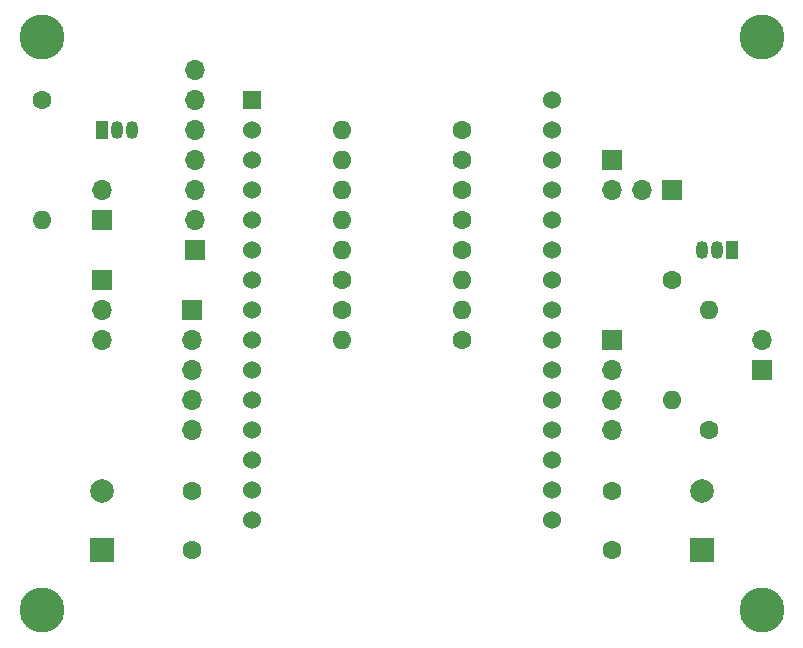
<source format=gbs>
G04 #@! TF.GenerationSoftware,KiCad,Pcbnew,8.0.7*
G04 #@! TF.CreationDate,2024-12-29T16:59:57+01:00*
G04 #@! TF.ProjectId,ESP32ScoringDeviceV1.1,45535033-3253-4636-9f72-696e67446576,1.1*
G04 #@! TF.SameCoordinates,Original*
G04 #@! TF.FileFunction,Soldermask,Bot*
G04 #@! TF.FilePolarity,Negative*
%FSLAX46Y46*%
G04 Gerber Fmt 4.6, Leading zero omitted, Abs format (unit mm)*
G04 Created by KiCad (PCBNEW 8.0.7) date 2024-12-29 16:59:57*
%MOMM*%
%LPD*%
G01*
G04 APERTURE LIST*
%ADD10C,2.600000*%
%ADD11C,3.800000*%
%ADD12R,1.700000X1.700000*%
%ADD13O,1.700000X1.700000*%
%ADD14C,1.600000*%
%ADD15R,1.524000X1.524000*%
%ADD16C,1.524000*%
%ADD17O,1.600000X1.600000*%
%ADD18R,2.000000X2.000000*%
%ADD19C,2.000000*%
%ADD20R,1.050000X1.500000*%
%ADD21O,1.050000X1.500000*%
G04 APERTURE END LIST*
D10*
X142280000Y-129540000D03*
D11*
X142280000Y-129540000D03*
D10*
X81280000Y-129540000D03*
D11*
X81280000Y-129540000D03*
D10*
X142280000Y-81040000D03*
D11*
X142280000Y-81040000D03*
D10*
X81280000Y-81040000D03*
D11*
X81280000Y-81040000D03*
D12*
X129540000Y-106680000D03*
D13*
X129540000Y-109220000D03*
X129540000Y-111760000D03*
X129540000Y-114300000D03*
D14*
X129540000Y-124460000D03*
X129540000Y-119460000D03*
D12*
X134620000Y-93980000D03*
D13*
X132080000Y-93980000D03*
D12*
X142240000Y-109220000D03*
D13*
X142240000Y-106680000D03*
D15*
X99060000Y-86360000D03*
D16*
X99060000Y-88900000D03*
X99060000Y-91440000D03*
X99060000Y-93980000D03*
X99060000Y-96520000D03*
X99060000Y-99060000D03*
X99060000Y-101600000D03*
X99060000Y-104140000D03*
X99060000Y-106680000D03*
X99060000Y-109220000D03*
X99060000Y-111760000D03*
X99060000Y-114300000D03*
X99060000Y-116840000D03*
X99060000Y-119380000D03*
X99060000Y-121920000D03*
X124460000Y-121920000D03*
X124460000Y-119380000D03*
X124460000Y-116840000D03*
X124460000Y-114300000D03*
X124460000Y-111760000D03*
X124460000Y-109220000D03*
X124460000Y-106680000D03*
X124460000Y-104140000D03*
X124460000Y-101600000D03*
X124460000Y-99060000D03*
X124460000Y-96520000D03*
X124460000Y-93980000D03*
X124460000Y-91440000D03*
X124460000Y-88900000D03*
X124460000Y-86360000D03*
D14*
X116840000Y-88900000D03*
D17*
X106680000Y-88900000D03*
D14*
X93980000Y-124460000D03*
X93980000Y-119460000D03*
D18*
X86360000Y-124460000D03*
D19*
X86360000Y-119460000D03*
D14*
X116840000Y-96520000D03*
D17*
X106680000Y-96520000D03*
D20*
X86360000Y-88900000D03*
D21*
X87630000Y-88900000D03*
X88900000Y-88900000D03*
D12*
X94280000Y-99065000D03*
D13*
X94280000Y-96525000D03*
X94280000Y-93985000D03*
X94280000Y-91445000D03*
X94280000Y-88905000D03*
X94280000Y-86365000D03*
X94280000Y-83825000D03*
D12*
X93980000Y-104140000D03*
D13*
X93980000Y-106680000D03*
X93980000Y-109220000D03*
X93980000Y-111760000D03*
X93980000Y-114300000D03*
D14*
X116840000Y-93980000D03*
D17*
X106680000Y-93980000D03*
D20*
X139700000Y-99060000D03*
D21*
X138430000Y-99060000D03*
X137160000Y-99060000D03*
D14*
X134620000Y-101600000D03*
D17*
X134620000Y-111760000D03*
D12*
X86360000Y-101600000D03*
D13*
X86360000Y-104140000D03*
X86360000Y-106680000D03*
D12*
X86360000Y-96520000D03*
D13*
X86360000Y-93980000D03*
D14*
X116840000Y-91440000D03*
D17*
X106680000Y-91440000D03*
D12*
X129540000Y-91440000D03*
D13*
X129540000Y-93980000D03*
D14*
X116840000Y-99060000D03*
D17*
X106680000Y-99060000D03*
D14*
X116840000Y-106680000D03*
D17*
X106680000Y-106680000D03*
D14*
X106680000Y-104140000D03*
D17*
X116840000Y-104140000D03*
D14*
X137780000Y-114300000D03*
D17*
X137780000Y-104140000D03*
D14*
X81280000Y-86360000D03*
D17*
X81280000Y-96520000D03*
D18*
X137160000Y-124460000D03*
D19*
X137160000Y-119460000D03*
D14*
X106680000Y-101600000D03*
D17*
X116840000Y-101600000D03*
M02*

</source>
